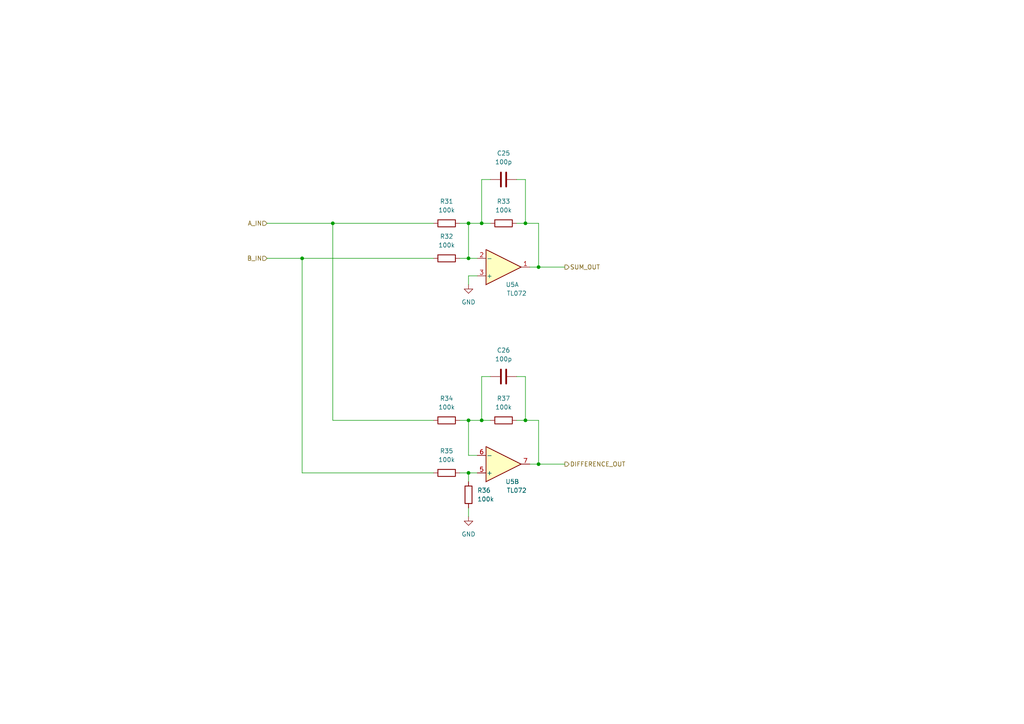
<source format=kicad_sch>
(kicad_sch (version 20230121) (generator eeschema)
  (paper "A4")
  (title_block (title "M.S.M. Stereo Lowpass Filter Pedal") (date "2023-04-15") (rev "0.1") (comment 2 "creativecommons.org/licenses/by/4.0") (comment 3 "License: CC by 4.0") (comment 4 "Author: Jordan Aceto"))
  (lib_symbols
    (symbol "Amplifier_Operational:TL072" (pin_names (offset 0.127))
      (property "Reference" "U" (at 0 5.08 0))
      (property "Value" "TL072" (at 0 -5.08 0))
      (symbol "TL072_1_1"
        (polyline (pts (xy -5.08 5.08) (xy 5.08 0) (xy -5.08 -5.08) (xy -5.08 5.08)) (stroke (width 0.254)) (fill (type background)))
        (pin output line (at 7.62 0 180) (length 2.54) (name "~") (number "1"))
        (pin input line (at -7.62 -2.54 0) (length 2.54) (name "-") (number "2"))
        (pin input line (at -7.62 2.54 0) (length 2.54) (name "+") (number "3"))
      )
      (symbol "TL072_2_1"
        (polyline (pts (xy -5.08 5.08) (xy 5.08 0) (xy -5.08 -5.08) (xy -5.08 5.08)) (stroke (width 0.254)) (fill (type background)))
        (pin input line (at -7.62 2.54 0) (length 2.54) (name "+") (number "5"))
        (pin input line (at -7.62 -2.54 0) (length 2.54) (name "-") (number "6"))
        (pin output line (at 7.62 0 180) (length 2.54) (name "~") (number "7"))
      )
      (symbol "TL072_3_1"
        (pin power_in line (at -2.54 -7.62 90) (length 3.81) (name "V-") (number "4"))
        (pin power_in line (at -2.54 7.62 270) (length 3.81) (name "V+") (number "8"))
      )
    )
    (symbol "Device:C" (pin_numbers hide) (pin_names (offset 0.254))
      (property "Reference" "C" (at 0.635 2.54 0))
      (property "Value" "C" (at 0.635 -2.54 0))
      (symbol "C_0_1"
        (polyline (pts (xy -2.032 -0.762) (xy 2.032 -0.762)) (stroke (width 0.508)))
        (polyline (pts (xy -2.032 0.762) (xy 2.032 0.762)) (stroke (width 0.508)))
      )
      (symbol "C_1_1"
        (pin passive line (at 0 3.81 270) (length 2.794) (name "~") (number "1"))
        (pin passive line (at 0 -3.81 90) (length 2.794) (name "~") (number "2"))
      )
    )
    (symbol "Device:R" (pin_numbers hide) (pin_names (offset 0))
      (property "Reference" "R" (at 2.032 0 90))
      (property "Value" "R" (at 0 0 90))
      (symbol "R_0_1"
        (rectangle (start -1.016 -2.54) (end 1.016 2.54) (stroke (width 0.254)))
      )
      (symbol "R_1_1"
        (pin passive line (at 0 3.81 270) (length 1.27) (name "~") (number "1"))
        (pin passive line (at 0 -3.81 90) (length 1.27) (name "~") (number "2"))
      )
    )
    (symbol "power:GND" (power) (pin_names (offset 0))
      (property "Value" "GND" (at 0 -3.81 0))
      (symbol "GND_0_1"
        (polyline (pts (xy 0 0) (xy 0 -1.27) (xy 1.27 -1.27) (xy 0 -2.54) (xy -1.27 -1.27) (xy 0 -1.27)))
      )
      (symbol "GND_1_1"
        (pin power_in line (at 0 0 270) (length 0) hide (name "GND") (number "1"))
      )
    )
  )
  (junction (at 135.89 74.93))
  (junction (at 139.7 64.77))
  (junction (at 156.21 134.62))
  (junction (at 139.7 121.92))
  (junction (at 135.89 121.92))
  (junction (at 87.63 74.93))
  (junction (at 135.89 64.77))
  (junction (at 96.52 64.77))
  (junction (at 135.89 137.16))
  (junction (at 152.4 64.77))
  (junction (at 152.4 121.92))
  (junction (at 156.21 77.47))
  (wire (pts (xy 96.52 64.77) (xy 96.52 121.92)))
  (wire (pts (xy 142.24 109.22) (xy 139.7 109.22)))
  (wire (pts (xy 133.35 74.93) (xy 135.89 74.93)))
  (wire (pts (xy 135.89 121.92) (xy 139.7 121.92)))
  (wire (pts (xy 149.86 109.22) (xy 152.4 109.22)))
  (wire (pts (xy 152.4 121.92) (xy 149.86 121.92)))
  (wire (pts (xy 87.63 74.93) (xy 87.63 137.16)))
  (wire (pts (xy 139.7 109.22) (xy 139.7 121.92)))
  (wire (pts (xy 96.52 64.77) (xy 125.73 64.77)))
  (wire (pts (xy 142.24 52.07) (xy 139.7 52.07)))
  (wire (pts (xy 135.89 64.77) (xy 139.7 64.77)))
  (wire (pts (xy 135.89 82.55) (xy 135.89 80.01)))
  (wire (pts (xy 135.89 80.01) (xy 138.43 80.01)))
  (wire (pts (xy 139.7 52.07) (xy 139.7 64.77)))
  (wire (pts (xy 152.4 64.77) (xy 149.86 64.77)))
  (wire (pts (xy 133.35 64.77) (xy 135.89 64.77)))
  (wire (pts (xy 156.21 134.62) (xy 163.83 134.62)))
  (wire (pts (xy 138.43 74.93) (xy 135.89 74.93)))
  (wire (pts (xy 156.21 77.47) (xy 163.83 77.47)))
  (wire (pts (xy 152.4 109.22) (xy 152.4 121.92)))
  (wire (pts (xy 96.52 121.92) (xy 125.73 121.92)))
  (wire (pts (xy 135.89 149.86) (xy 135.89 147.32)))
  (wire (pts (xy 139.7 64.77) (xy 142.24 64.77)))
  (wire (pts (xy 135.89 137.16) (xy 135.89 139.7)))
  (wire (pts (xy 156.21 121.92) (xy 152.4 121.92)))
  (wire (pts (xy 156.21 64.77) (xy 152.4 64.77)))
  (wire (pts (xy 139.7 121.92) (xy 142.24 121.92)))
  (wire (pts (xy 77.47 74.93) (xy 87.63 74.93)))
  (wire (pts (xy 149.86 52.07) (xy 152.4 52.07)))
  (wire (pts (xy 138.43 132.08) (xy 135.89 132.08)))
  (wire (pts (xy 135.89 137.16) (xy 138.43 137.16)))
  (wire (pts (xy 153.67 134.62) (xy 156.21 134.62)))
  (wire (pts (xy 135.89 132.08) (xy 135.89 121.92)))
  (wire (pts (xy 87.63 137.16) (xy 125.73 137.16)))
  (wire (pts (xy 135.89 74.93) (xy 135.89 64.77)))
  (wire (pts (xy 87.63 74.93) (xy 125.73 74.93)))
  (wire (pts (xy 156.21 77.47) (xy 156.21 64.77)))
  (wire (pts (xy 153.67 77.47) (xy 156.21 77.47)))
  (wire (pts (xy 152.4 52.07) (xy 152.4 64.77)))
  (wire (pts (xy 133.35 121.92) (xy 135.89 121.92)))
  (wire (pts (xy 156.21 134.62) (xy 156.21 121.92)))
  (wire (pts (xy 77.47 64.77) (xy 96.52 64.77)))
  (wire (pts (xy 133.35 137.16) (xy 135.89 137.16)))
  (hierarchical_label "DIFFERENCE_OUT" (shape output) (at 163.83 134.62 0))
  (hierarchical_label "B_IN" (shape input) (at 77.47 74.93 180))
  (hierarchical_label "A_IN" (shape input) (at 77.47 64.77 180))
  (hierarchical_label "SUM_OUT" (shape output) (at 163.83 77.47 0))
  (symbol (lib_id "Device:R") (at 135.89 143.51 0) (unit 1)
    (property "Reference" "R36" (at 138.43 142.2399 0) (effects (justify left)))
    (property "Value" "100k" (at 138.43 144.7799 0) (effects (justify left)))
    (property "Footprint" "Resistor_SMD:R_0805_2012Metric" (effects hide))
  )
  (symbol (lib_id "Device:R") (at 146.05 64.77 90) (unit 1)
    (property "Reference" "R33" (at 146.05 58.42 90))
    (property "Value" "100k" (at 146.05 60.96 90))
    (property "Footprint" "Resistor_SMD:R_0805_2012Metric" (effects hide))
  )
  (symbol (lib_id "Device:R") (at 129.54 74.93 90) (unit 1)
    (property "Reference" "R32" (at 129.54 68.58 90))
    (property "Value" "100k" (at 129.54 71.12 90))
    (property "Footprint" "Resistor_SMD:R_0805_2012Metric" (effects hide))
  )
  (symbol (lib_id "Device:R") (at 129.54 121.92 90) (unit 1)
    (property "Reference" "R34" (at 129.54 115.57 90))
    (property "Value" "100k" (at 129.54 118.11 90))
    (property "Footprint" "Resistor_SMD:R_0805_2012Metric" (effects hide))
  )
  (symbol (lib_id "Device:R") (at 129.54 64.77 90) (unit 1)
    (property "Reference" "R31" (at 129.54 58.42 90))
    (property "Value" "100k" (at 129.54 60.96 90))
    (property "Footprint" "Resistor_SMD:R_0805_2012Metric" (effects hide))
  )
  (symbol (lib_id "Amplifier_Operational:TL072") (at 146.05 134.62 0) (mirror x) (unit 2)
    (property "Reference" "U5" (at 148.59 139.7 0))
    (property "Value" "TL072" (at 149.86 142.24 0))
    (property "Footprint" "Package_SO:SOIC-8_3.9x4.9mm_P1.27mm" (effects hide))
    (property "Datasheet" "http://www.ti.com/lit/ds/symlink/tl071.pdf" (effects hide))
  )
  (symbol (lib_id "power:GND") (at 135.89 149.86 0) (unit 1)
    (property "Reference" "#PWR018" (effects hide))
    (property "Value" "GND" (at 135.89 154.94 0))
  )
  (symbol (lib_id "Device:R") (at 129.54 137.16 90) (unit 1)
    (property "Reference" "R35" (at 129.54 130.81 90))
    (property "Value" "100k" (at 129.54 133.35 90))
    (property "Footprint" "Resistor_SMD:R_0805_2012Metric" (effects hide))
  )
  (symbol (lib_id "Device:C") (at 146.05 109.22 90) (unit 1)
    (property "Reference" "C26" (at 146.05 101.6 90))
    (property "Value" "100p" (at 146.05 104.14 90))
    (property "Footprint" "Capacitor_SMD:C_0805_2012Metric" (effects hide))
  )
  (symbol (lib_id "Device:C") (at 146.05 52.07 90) (unit 1)
    (property "Reference" "C25" (at 146.05 44.45 90))
    (property "Value" "100p" (at 146.05 46.99 90))
    (property "Footprint" "Capacitor_SMD:C_0805_2012Metric" (effects hide))
  )
  (symbol (lib_id "power:GND") (at 135.89 82.55 0) (unit 1)
    (property "Reference" "#PWR0138" (effects hide))
    (property "Value" "GND" (at 135.89 87.63 0))
  )
  (symbol (lib_id "Device:R") (at 146.05 121.92 90) (unit 1)
    (property "Reference" "R37" (at 146.05 115.57 90))
    (property "Value" "100k" (at 146.05 118.11 90))
    (property "Footprint" "Resistor_SMD:R_0805_2012Metric" (effects hide))
  )
  (symbol (lib_id "Amplifier_Operational:TL072") (at 146.05 77.47 0) (mirror x) (unit 1)
    (property "Reference" "U5" (at 148.59 82.55 0))
    (property "Value" "TL072" (at 149.86 85.09 0))
    (property "Footprint" "Package_SO:SOIC-8_3.9x4.9mm_P1.27mm" (effects hide))
    (property "Datasheet" "http://www.ti.com/lit/ds/symlink/tl071.pdf" (effects hide))
  )
)
</source>
